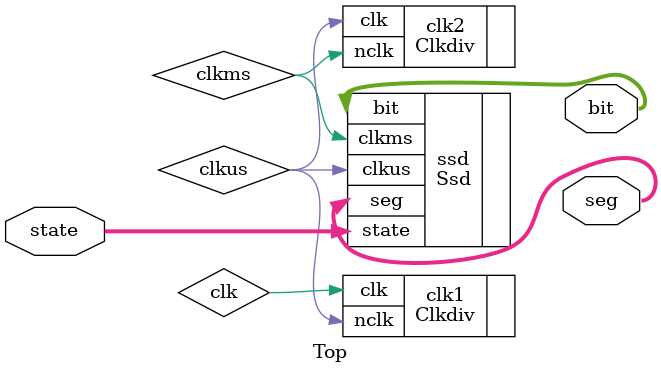
<source format=v>
module Top (
    // global reset
    // input rst,
    // crystal clock of 50MHz
    // input clk,
    // binary signals of 4 infrared sensors
    // input [3:0] ir,
    // binary signal of hall sensor
    // input hall,
    // square wave from color sensors
    // input object_wave,
    // input station_wave,
    // color selection to color sensor modules
    // output [1:0] object_select,
    // output [1:0] station_select,
    // PWM signal to servomotor
    // output servo,
    // IN pin of the 2 motor driver chips
    // output [1:0] motor_ctrl,
    // INH pin of the 2 motor driver chips
    // output [1:0] motor_en,
    // seven-segment displays
    output [3:0] bit,
    output [6:0] seg,
    // buzzer
    // output buzz
    // output [1:0] object_color, station_color
    // input [1:0] out_select,
    // output [7:0] cnt_out
    input [3:0] state
);
    
    // 1us, 1ms
    wire clkus, clkms;
    Clkdiv #(6, 50) clk1 (.clk(clk), .nclk(clkus));
    Clkdiv #(10, 1000) clk2 (.clk(clkus), .nclk(clkms));

    // Core core (.rst(rst), .clk(clk), .hall(hall), .object_color(object_color), .station_color(station_color),
    //            .end_of_track(end_of_track), .uturn_finished(uturn_finished), .buzz_finished(buzz_finished),
    //            .en_tracking(en_tracking), .en_uturn(en_uturn), .ssd_code(ssd_code), .en_buzz(en_buzz));

    // Color color (.clkus(clkus), .object_wave(object_wave), .station_wave(station_wave),
    //              .object_select(object_select), .station_select(station_select), .object_color(object_color), .station_color(station_color));
                 // .out_select(out_select), .cnt_out(cnt_out));

    Ssd ssd (.clkus(clkus), .clkms(clkms), .state(state), .bit(bit), .seg(seg));
endmodule
</source>
